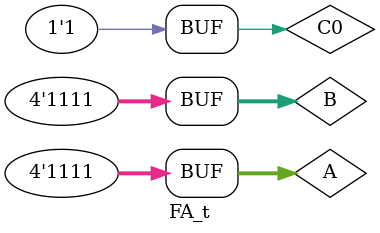
<source format=v>
`timescale 1ns / 1ps


module FA_t(

    );
     reg [3:0] A;
     reg [3:0] B;
     reg C0;
     wire [3:0] S;
     wire C4;
     adder_4bit dut( .a(A),.b(B),.cin(C0),.sum(S),.carry(C4));    
     initial begin
     A = 4'b0011;B=4'b0011;C0 = 1'b0; #10;
     A = 4'b1011;B=4'b0111;C0 = 1'b1; #10;
     A = 4'b1111;B=4'b1111;C0 = 1'b1; #10;
     end

endmodule
</source>
